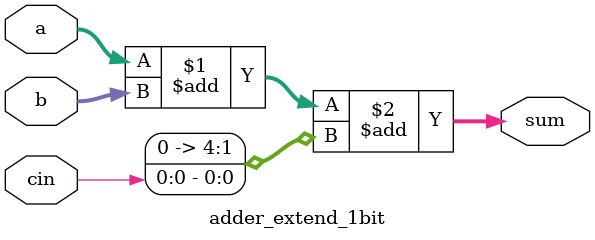
<source format=v>
module adder_extend_1bit #(parameter width = 4) (
input signed [width-1:0]a,b,
input cin, 
output signed [width:0]sum);

assign sum = a + b + $signed({1'b0,cin}) ; 

endmodule 


</source>
